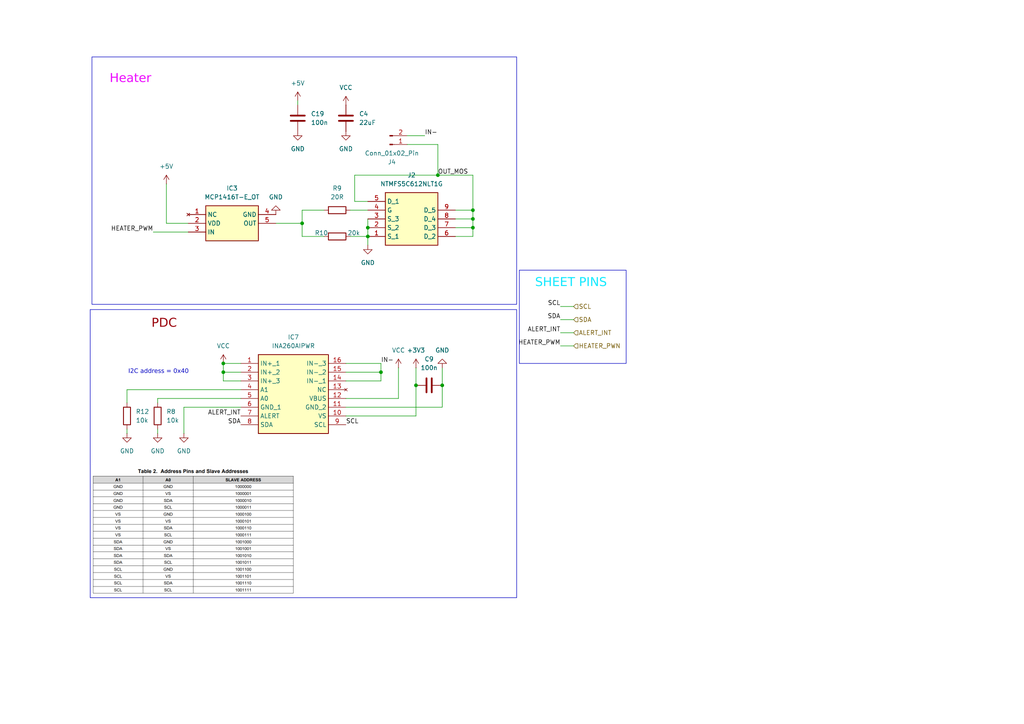
<source format=kicad_sch>
(kicad_sch (version 20250114) (generator "eeschema") (generator_version "9.0")
  (paper "A4")
  (lib_symbols
    (symbol "Connector:Conn_01x02_Pin" (pin_names (offset 1.016) (hide yes))
      (property "Reference" "J" (at 0 2.54 0))
      (property "Value" "Conn_01x02_Pin" (at 0 -5.08 0))
      (symbol "Conn_01x02_Pin_1_1"
        (rectangle (start 0.8636 0.127) (end 0 -0.127) (stroke (width 0.1524)) (fill (type outline)))
        (rectangle (start 0.8636 -2.413) (end 0 -2.667) (stroke (width 0.1524)) (fill (type outline)))
        (polyline (pts (xy 1.27 0) (xy 0.8636 0)) (stroke (width 0.1524)))
        (polyline (pts (xy 1.27 -2.54) (xy 0.8636 -2.54)) (stroke (width 0.1524)))
        (pin passive line (at 5.08 0 180) (length 3.81) (name "Pin_1") (number "1"))
        (pin passive line (at 5.08 -2.54 180) (length 3.81) (name "Pin_2") (number "2"))
      )
    )
    (symbol "Device:C" (pin_numbers (hide yes)) (pin_names (offset 0.254))
      (property "Reference" "C" (at 0.635 2.54 0))
      (property "Value" "C" (at 0.635 -2.54 0))
      (symbol "C_0_1"
        (polyline (pts (xy -2.032 0.762) (xy 2.032 0.762)) (stroke (width 0.508)))
        (polyline (pts (xy -2.032 -0.762) (xy 2.032 -0.762)) (stroke (width 0.508)))
      )
      (symbol "C_1_1"
        (pin passive line (at 0 3.81 270) (length 2.794) (name "~") (number "1"))
        (pin passive line (at 0 -3.81 90) (length 2.794) (name "~") (number "2"))
      )
    )
    (symbol "Device:R" (pin_numbers (hide yes)) (pin_names (offset 0))
      (property "Reference" "R" (at 2.032 0 90))
      (property "Value" "R" (at 0 0 90))
      (symbol "R_0_1"
        (rectangle (start -1.016 -2.54) (end 1.016 2.54) (stroke (width 0.254)))
      )
      (symbol "R_1_1"
        (pin passive line (at 0 3.81 270) (length 1.27) (name "~") (number "1"))
        (pin passive line (at 0 -3.81 90) (length 1.27) (name "~") (number "2"))
      )
    )
    (symbol "Symbols:INA260AIPWR"
      (property "Reference" "IC" (at 26.67 7.62 0))
      (property "Value" "INA260AIPWR" (at 26.67 5.08 0))
      (symbol "INA260AIPWR_1_1"
        (rectangle (start 5.08 2.54) (end 25.4 -20.32) (stroke (width 0.254)) (fill (type background)))
        (pin passive line (at 0 0 0) (length 5.08) (name "IN+_1") (number "1"))
        (pin passive line (at 0 -2.54 0) (length 5.08) (name "IN+_2") (number "2"))
        (pin passive line (at 0 -5.08 0) (length 5.08) (name "IN+_3") (number "3"))
        (pin passive line (at 0 -7.62 0) (length 5.08) (name "A1") (number "4"))
        (pin passive line (at 0 -10.16 0) (length 5.08) (name "A0") (number "5"))
        (pin passive line (at 0 -12.7 0) (length 5.08) (name "GND_1") (number "6"))
        (pin passive line (at 0 -15.24 0) (length 5.08) (name "ALERT") (number "7"))
        (pin passive line (at 0 -17.78 0) (length 5.08) (name "SDA") (number "8"))
        (pin passive line (at 30.48 0 180) (length 5.08) (name "IN-_3") (number "16"))
        (pin passive line (at 30.48 -2.54 180) (length 5.08) (name "IN-_2") (number "15"))
        (pin passive line (at 30.48 -5.08 180) (length 5.08) (name "IN-_1") (number "14"))
        (pin no_connect line (at 30.48 -7.62 180) (length 5.08) (name "NC") (number "13"))
        (pin passive line (at 30.48 -10.16 180) (length 5.08) (name "VBUS") (number "12"))
        (pin passive line (at 30.48 -12.7 180) (length 5.08) (name "GND_2") (number "11"))
        (pin passive line (at 30.48 -15.24 180) (length 5.08) (name "VS") (number "10"))
        (pin passive line (at 30.48 -17.78 180) (length 5.08) (name "SCL") (number "9"))
      )
    )
    (symbol "Symbols:MCP1416T-E_OT"
      (property "Reference" "IC" (at 21.59 7.62 0))
      (property "Value" "MCP1416T-E_OT" (at 21.59 5.08 0))
      (symbol "MCP1416T-E_OT_1_1"
        (rectangle (start 5.08 2.54) (end 20.32 -7.62) (stroke (width 0.254)) (fill (type background)))
        (pin no_connect line (at 0 0 0) (length 5.08) (name "NC") (number "1"))
        (pin passive line (at 0 -2.54 0) (length 5.08) (name "VDD") (number "2"))
        (pin passive line (at 0 -5.08 0) (length 5.08) (name "IN") (number "3"))
        (pin passive line (at 25.4 0 180) (length 5.08) (name "GND") (number "4"))
        (pin passive line (at 25.4 -2.54 180) (length 5.08) (name "OUT") (number "5"))
      )
    )
    (symbol "Symbols:NTMFS5C612NLT1G"
      (property "Reference" "J" (at 21.59 7.62 0))
      (property "Value" "NTMFS5C612NLT1G" (at 21.59 5.08 0))
      (symbol "NTMFS5C612NLT1G_1_1"
        (rectangle (start 5.08 2.54) (end 20.32 -12.7) (stroke (width 0.254)) (fill (type background)))
        (pin passive line (at 0 0 0) (length 5.08) (name "S_1") (number "1"))
        (pin passive line (at 0 -2.54 0) (length 5.08) (name "S_2") (number "2"))
        (pin passive line (at 0 -5.08 0) (length 5.08) (name "S_3") (number "3"))
        (pin passive line (at 0 -7.62 0) (length 5.08) (name "G") (number "4"))
        (pin passive line (at 0 -10.16 0) (length 5.08) (name "D_1") (number "5"))
        (pin passive line (at 25.4 0 180) (length 5.08) (name "D_2") (number "6"))
        (pin passive line (at 25.4 -2.54 180) (length 5.08) (name "D_3") (number "7"))
        (pin passive line (at 25.4 -5.08 180) (length 5.08) (name "D_4") (number "8"))
        (pin passive line (at 25.4 -7.62 180) (length 5.08) (name "D_5") (number "9"))
      )
    )
    (symbol "power:+3V3" (power) (pin_numbers (hide yes)) (pin_names (offset 0) (hide yes))
      (property "Value" "+3V3" (at 0 3.556 0))
      (symbol "+3V3_0_1"
        (polyline (pts (xy -0.762 1.27) (xy 0 2.54)))
        (polyline (pts (xy 0 2.54) (xy 0.762 1.27)))
        (polyline (pts (xy 0 0) (xy 0 2.54)))
      )
      (symbol "+3V3_1_1"
        (pin power_in line (at 0 0 90) (length 0) (name "~") (number "1"))
      )
    )
    (symbol "power:+5V" (power) (pin_numbers (hide yes)) (pin_names (offset 0) (hide yes))
      (property "Value" "+5V" (at 0 3.556 0))
      (symbol "+5V_0_1"
        (polyline (pts (xy -0.762 1.27) (xy 0 2.54)))
        (polyline (pts (xy 0 2.54) (xy 0.762 1.27)))
        (polyline (pts (xy 0 0) (xy 0 2.54)))
      )
      (symbol "+5V_1_1"
        (pin power_in line (at 0 0 90) (length 0) (name "~") (number "1"))
      )
    )
    (symbol "power:GND" (power) (pin_numbers (hide yes)) (pin_names (offset 0) (hide yes))
      (property "Value" "GND" (at 0 -3.81 0))
      (symbol "GND_0_1"
        (polyline (pts (xy 0 0) (xy 0 -1.27) (xy 1.27 -1.27) (xy 0 -2.54) (xy -1.27 -1.27) (xy 0 -1.27)))
      )
      (symbol "GND_1_1"
        (pin power_in line (at 0 0 270) (length 0) (name "~") (number "1"))
      )
    )
    (symbol "power:VCC" (power) (pin_numbers (hide yes)) (pin_names (offset 0) (hide yes))
      (property "Value" "VCC" (at 0 3.556 0))
      (symbol "VCC_0_1"
        (polyline (pts (xy -0.762 1.27) (xy 0 2.54)))
        (polyline (pts (xy 0 2.54) (xy 0.762 1.27)))
        (polyline (pts (xy 0 0) (xy 0 2.54)))
      )
      (symbol "VCC_1_1"
        (pin power_in line (at 0 0 90) (length 0) (name "~") (number "1"))
      )
    )
  )
  (rectangle (start 26.162 89.789) (end 149.86 173.355))
  (rectangle (start 150.622 78.359) (end 181.61 105.41))
  (rectangle (start 26.67 16.51) (end 149.86 88.265))
  (text "Heater" (at 37.846 23.622 0) (effects (font (size 2.54 2.54))))
  (text "PDC" (at 47.625 94.615 0) (effects (font (size 2.54 2.54))))
  (text "I2C address = 0x40" (at 45.974 108.204 0) (effects (font (size 1.27 1.27))))
  (text "SHEET PINS\n" (at 165.608 82.804 0) (effects (font (size 2.54 2.54))))
  (junction (at 127 50.8))
  (junction (at 137.16 60.96))
  (junction (at 64.77 105.41))
  (junction (at 110.49 107.95))
  (junction (at 106.68 68.58))
  (junction (at 120.65 111.76))
  (junction (at 137.16 63.5))
  (junction (at 128.27 111.76))
  (junction (at 106.68 66.04))
  (junction (at 137.16 66.04))
  (junction (at 87.63 64.77))
  (junction (at 64.77 107.95))
  (wire (pts (xy 86.36 30.48) (xy 86.36 29.21)))
  (wire (pts (xy 137.16 50.8) (xy 127 50.8)))
  (wire (pts (xy 128.27 118.11) (xy 128.27 111.76)))
  (wire (pts (xy 101.6 60.96) (xy 106.68 60.96)))
  (wire (pts (xy 44.45 67.31) (xy 54.61 67.31)))
  (wire (pts (xy 137.16 66.04) (xy 137.16 68.58)))
  (wire (pts (xy 100.33 120.65) (xy 120.65 120.65)))
  (wire (pts (xy 53.34 125.73) (xy 53.34 118.11)))
  (wire (pts (xy 100.33 118.11) (xy 128.27 118.11)))
  (wire (pts (xy 54.61 64.77) (xy 48.26 64.77)))
  (wire (pts (xy 110.49 110.49) (xy 110.49 107.95)))
  (wire (pts (xy 48.26 64.77) (xy 48.26 53.34)))
  (wire (pts (xy 100.33 107.95) (xy 110.49 107.95)))
  (wire (pts (xy 80.01 64.77) (xy 87.63 64.77)))
  (wire (pts (xy 115.57 115.57) (xy 115.57 106.68)))
  (wire (pts (xy 87.63 64.77) (xy 87.63 68.58)))
  (wire (pts (xy 137.16 63.5) (xy 132.08 63.5)))
  (wire (pts (xy 120.65 120.65) (xy 120.65 111.76)))
  (wire (pts (xy 106.68 68.58) (xy 106.68 71.12)))
  (wire (pts (xy 137.16 60.96) (xy 132.08 60.96)))
  (wire (pts (xy 166.37 96.52) (xy 162.56 96.52)))
  (wire (pts (xy 106.68 68.58) (xy 101.6 68.58)))
  (wire (pts (xy 166.37 92.71) (xy 162.56 92.71)))
  (wire (pts (xy 36.83 113.03) (xy 69.85 113.03)))
  (wire (pts (xy 36.83 116.84) (xy 36.83 113.03)))
  (wire (pts (xy 93.98 68.58) (xy 87.63 68.58)))
  (wire (pts (xy 45.72 115.57) (xy 69.85 115.57)))
  (wire (pts (xy 127 50.8) (xy 102.87 50.8)))
  (wire (pts (xy 64.77 105.41) (xy 64.77 107.95)))
  (wire (pts (xy 106.68 63.5) (xy 106.68 66.04)))
  (wire (pts (xy 69.85 107.95) (xy 64.77 107.95)))
  (wire (pts (xy 120.65 111.76) (xy 120.65 106.68)))
  (wire (pts (xy 127 41.91) (xy 127 50.8)))
  (wire (pts (xy 106.68 66.04) (xy 106.68 68.58)))
  (wire (pts (xy 64.77 107.95) (xy 64.77 110.49)))
  (wire (pts (xy 137.16 66.04) (xy 132.08 66.04)))
  (wire (pts (xy 100.33 110.49) (xy 110.49 110.49)))
  (wire (pts (xy 166.37 88.9) (xy 162.56 88.9)))
  (wire (pts (xy 137.16 60.96) (xy 137.16 50.8)))
  (wire (pts (xy 36.83 124.46) (xy 36.83 125.73)))
  (wire (pts (xy 118.11 39.37) (xy 123.19 39.37)))
  (wire (pts (xy 45.72 125.73) (xy 45.72 124.46)))
  (wire (pts (xy 53.34 118.11) (xy 69.85 118.11)))
  (wire (pts (xy 102.87 58.42) (xy 106.68 58.42)))
  (wire (pts (xy 64.77 105.41) (xy 69.85 105.41)))
  (wire (pts (xy 137.16 63.5) (xy 137.16 66.04)))
  (wire (pts (xy 45.72 116.84) (xy 45.72 115.57)))
  (wire (pts (xy 162.56 100.33) (xy 166.37 100.33)))
  (wire (pts (xy 118.11 41.91) (xy 127 41.91)))
  (wire (pts (xy 137.16 63.5) (xy 137.16 60.96)))
  (wire (pts (xy 128.27 111.76) (xy 128.27 106.68)))
  (wire (pts (xy 87.63 60.96) (xy 93.98 60.96)))
  (wire (pts (xy 102.87 50.8) (xy 102.87 58.42)))
  (wire (pts (xy 110.49 105.41) (xy 100.33 105.41)))
  (wire (pts (xy 110.49 107.95) (xy 110.49 105.41)))
  (wire (pts (xy 69.85 110.49) (xy 64.77 110.49)))
  (wire (pts (xy 137.16 68.58) (xy 132.08 68.58)))
  (wire (pts (xy 100.33 115.57) (xy 115.57 115.57)))
  (wire (pts (xy 87.63 60.96) (xy 87.63 64.77)))
  (image (at 56.515 153.67) (scale 0.288283))
  (label "SDA" (at 69.85 123.19 180))
  (label "OUT_MOS" (at 127 50.8 0))
  (label "HEATER_PWM" (at 44.45 67.31 180))
  (label "SDA" (at 162.56 92.71 180))
  (label "HEATER_PWM" (at 162.56 100.33 180))
  (label "SCL" (at 162.56 88.9 180))
  (label "SCL" (at 100.33 123.19 0))
  (label "IN-" (at 123.19 39.37 0))
  (label "ALERT_INT" (at 69.85 120.65 180))
  (label "IN-" (at 110.49 105.41 0))
  (label "ALERT_INT" (at 162.56 96.52 180))
  (hierarchical_label "SDA" (shape input) (at 166.37 92.71 0))
  (hierarchical_label "ALERT_INT" (shape input) (at 166.37 96.52 0))
  (hierarchical_label "HEATER_PWN" (shape input) (at 166.37 100.33 0))
  (hierarchical_label "SCL" (shape input) (at 166.37 88.9 0))
  (symbol (lib_id "Device:C") (at 124.46 111.76 90) (unit 1)
    (property "Reference" "C9" (at 124.46 104.14 90))
    (property "Value" "100n" (at 124.46 106.68 90))
    (property "Footprint" "Capacitor_SMD:C_0402_1005Metric" (effects (hide yes)))
    (property "Description" "Unpolarized capacitor" (effects (hide yes)))
    (property "MPN" "GPC0402104-25" (effects (hide yes)))
  )
  (symbol (lib_id "Device:R") (at 36.83 120.65 0) (unit 1)
    (property "Reference" "R12" (at 39.37 119.3799 0) (effects (justify left)))
    (property "Value" "10k" (at 39.37 121.9199 0) (effects (justify left)))
    (property "Footprint" "Resistor_SMD:R_0402_1005Metric" (effects (hide yes)))
    (property "Description" "Resistor" (effects (hide yes)))
    (property "MPN" "GPR040210K" (effects (hide yes)))
  )
  (symbol (lib_id "power:VCC") (at 100.33 30.48 0) (unit 1)
    (property "Reference" "#PWR023" (effects (hide yes)))
    (property "Value" "VCC" (at 100.33 25.4 0))
    (property "Description" "Power symbol creates a global label with name \"VCC\"" (effects (hide yes)))
    (instances (project "first_project" (path "" (reference "#PWR011") (unit 1)) (path "" (reference "#PWR098") (unit 1)) (path "" (reference "#PWR0109") (unit 1)) (path "" (reference "#PWR087") (unit 1))) (project "Afterburner_Nano" (path "" (reference "#PWR023") (unit 1))))
  )
  (symbol (lib_id "Symbols:INA260AIPWR") (at 69.85 105.41 0) (unit 1)
    (property "Reference" "IC7" (at 85.09 97.79 0))
    (property "Value" "INA260AIPWR" (at 85.09 100.33 0))
    (property "Footprint" "Footprints:SOP65P640X120-16N" (effects (hide yes)))
    (property "Datasheet" "http://www.ti.com/lit/gpn/INA260" (effects (hide yes)))
    (property "Description" "36V, Bi-Dir, High Accuracy, Low-/High-Side, I2C Current/Pwr Monitor w/Integrated 2m Shunt Resistor" (effects (hide yes)))
    (property "Height" "1.2" (effects (hide yes)))
    (property "Mouser Part Number" "595-INA260AIPWR" (effects (hide yes)))
    (property "Mouser Price/Stock" "https://www.mouser.co.uk/ProductDetail/Texas-Instruments/INA260AIPWR?qs=vcbl%252BK4rRldNzXQDYx03SQ%3D%3D" (effects (hide yes)))
    (property "Manufacturer_Name" "Texas Instruments" (effects (hide yes)))
    (property "Manufacturer_Part_Number" "INA260AIPWR" (effects (hide yes)))
    (property "MPN" "INA260AIPWR" (effects (hide yes)))
  )
  (symbol (lib_id "Device:R") (at 97.79 60.96 90) (unit 1)
    (property "Reference" "R9" (at 97.79 54.61 90))
    (property "Value" "20R" (at 97.79 57.15 90))
    (property "Footprint" "Resistor_SMD:R_0402_1005Metric" (effects (hide yes)))
    (property "Description" "Resistor" (effects (hide yes)))
    (property "MPN" "GPR040220R" (effects (hide yes)))
  )
  (symbol (lib_id "power:GND") (at 45.72 125.73 0) (unit 1)
    (property "Reference" "#PWR026" (effects (hide yes)))
    (property "Value" "GND" (at 45.72 130.81 0))
    (property "Description" "Power symbol creates a global label with name \"GND\" , ground" (effects (hide yes)))
  )
  (symbol (lib_id "power:GND") (at 100.33 38.1 0) (unit 1)
    (property "Reference" "#PWR024" (effects (hide yes)))
    (property "Value" "GND" (at 100.33 43.18 0))
    (property "Description" "Power symbol creates a global label with name \"GND\" , ground" (effects (hide yes)))
    (instances (project "first_project" (path "" (reference "#PWR012") (unit 1)) (path "" (reference "#PWR099") (unit 1)) (path "" (reference "#PWR0110") (unit 1)) (path "" (reference "#PWR088") (unit 1))) (project "Afterburner_Nano" (path "" (reference "#PWR024") (unit 1))))
  )
  (symbol (lib_id "power:+3V3") (at 86.36 29.21 0) (unit 1)
    (property "Reference" "#PWR017" (effects (hide yes)))
    (property "Value" "+5V" (at 86.36 24.13 0))
    (property "Description" "Power symbol creates a global label with name \"+3V3\"" (effects (hide yes)))
  )
  (symbol (lib_id "Symbols:NTMFS5C612NLT1G") (at 106.68 68.58 0) (mirror x) (unit 1)
    (property "Reference" "J2" (at 119.38 50.8 0))
    (property "Value" "NTMFS5C612NLT1G" (at 119.38 53.34 0))
    (property "Footprint" "Footprints:NTMFS5C612NLT1G" (effects (hide yes)))
    (property "Datasheet" "https://www.onsemi.com/pub/Collateral/NTMFS5C612NL-D.PDF" (effects (hide yes)))
    (property "Description" "Low RDS(on); Low Input Capacitance; NTMFS5C612NLWF Wettable Flank Option for Enhanced Optical Inspection; RoHS Compliant" (effects (hide yes)))
    (property "Height" "1.15" (effects (hide yes)))
    (property "Mouser Part Number" "863-NTMFS5C612NLT1G" (effects (hide yes)))
    (property "Mouser Price/Stock" "https://www.mouser.co.uk/ProductDetail/onsemi/NTMFS5C612NLT1G?qs=dbuNSGnowt3fL%2FwPtjIOKQ%3D%3D" (effects (hide yes)))
    (property "Manufacturer_Name" "onsemi" (effects (hide yes)))
    (property "Manufacturer_Part_Number" "NTMFS5C612NLT1G" (effects (hide yes)))
    (property "Digikey" "488-NTMFS5C612NLT1GTR-ND" (effects (hide yes)))
    (property "Mouser" "863-NTMFS5C612NLT1G " (effects (hide yes)))
    (property "MPN" "NTMFS5C612NLT1G" (effects (hide yes)))
  )
  (symbol (lib_id "power:VCC") (at 115.57 106.68 0) (unit 1)
    (property "Reference" "#PWR025" (effects (hide yes)))
    (property "Value" "VCC" (at 115.57 101.6 0))
    (property "Description" "Power symbol creates a global label with name \"VCC\"" (effects (hide yes)))
  )
  (symbol (lib_id "power:GND") (at 106.68 71.12 0) (unit 1)
    (property "Reference" "#PWR062" (effects (hide yes)))
    (property "Value" "GND" (at 106.68 76.2 0))
    (property "Description" "Power symbol creates a global label with name \"GND\" , ground" (effects (hide yes)))
  )
  (symbol (lib_id "power:GND") (at 53.34 125.73 0) (unit 1)
    (property "Reference" "#PWR019" (effects (hide yes)))
    (property "Value" "GND" (at 53.34 130.81 0))
    (property "Description" "Power symbol creates a global label with name \"GND\" , ground" (effects (hide yes)))
  )
  (symbol (lib_id "Connector:Conn_01x02_Pin") (at 113.03 41.91 0) (mirror x) (unit 1) (in_bom no)
    (property "Reference" "J4" (at 113.665 46.99 0))
    (property "Value" "Conn_01x02_Pin" (at 113.665 44.45 0))
    (property "Footprint" "Footprints:conn_2p_custom" (effects (hide yes)))
    (property "Description" "Generic connector, single row, 01x02, script generated" (effects (hide yes)))
  )
  (symbol (lib_id "Device:C") (at 100.33 34.29 0) (unit 1)
    (property "Reference" "C10" (at 104.14 33.0199 0) (effects (justify left)))
    (property "Value" "22uF" (at 104.14 35.5599 0) (effects (justify left)))
    (property "Footprint" "Capacitor_SMD:C_1206_3216Metric" (effects (hide yes)))
    (property "Description" "Unpolarized capacitor" (effects (hide yes)))
    (property "MPN" "GPC1206475" (effects (hide yes)))
    (instances (project "first_project" (path "" (reference "C4") (unit 1)) (path "" (reference "C22") (unit 1)) (path "" (reference "C24") (unit 1)) (path "" (reference "C20") (unit 1))) (project "Afterburner_Nano" (path "" (reference "C10") (unit 1))))
  )
  (symbol (lib_id "power:+5V") (at 48.26 53.34 0) (unit 1)
    (property "Reference" "#PWR067" (effects (hide yes)))
    (property "Value" "+5V" (at 48.26 48.26 0))
    (property "Description" "Power symbol creates a global label with name \"+5V\"" (effects (hide yes)))
  )
  (symbol (lib_id "power:GND") (at 80.01 62.23 180) (unit 1)
    (property "Reference" "#PWR068" (effects (hide yes)))
    (property "Value" "GND" (at 80.01 57.15 0))
    (property "Description" "Power symbol creates a global label with name \"GND\" , ground" (effects (hide yes)))
  )
  (symbol (lib_id "Device:R") (at 97.79 68.58 90) (unit 1)
    (property "Reference" "R10" (at 93.218 67.564 90))
    (property "Value" "20k" (at 102.616 67.564 90))
    (property "Footprint" "Resistor_SMD:R_0402_1005Metric" (effects (hide yes)))
    (property "Description" "Resistor" (effects (hide yes)))
    (property "MPN" "GPR040220K" (effects (hide yes)))
  )
  (symbol (lib_id "power:GND") (at 128.27 106.68 180) (unit 1)
    (property "Reference" "#PWR020" (effects (hide yes)))
    (property "Value" "GND" (at 128.27 101.6 0))
    (property "Description" "Power symbol creates a global label with name \"GND\" , ground" (effects (hide yes)))
  )
  (symbol (lib_id "power:GND") (at 36.83 125.73 0) (unit 1)
    (property "Reference" "#PWR027" (effects (hide yes)))
    (property "Value" "GND" (at 36.83 130.81 0))
    (property "Description" "Power symbol creates a global label with name \"GND\" , ground" (effects (hide yes)))
  )
  (symbol (lib_id "Device:C") (at 86.36 34.29 0) (unit 1)
    (property "Reference" "C19" (at 90.17 33.0199 0) (effects (justify left)))
    (property "Value" "100n" (at 90.17 35.5599 0) (effects (justify left)))
    (property "Footprint" "Capacitor_SMD:C_0402_1005Metric" (effects (hide yes)))
    (property "Description" "Unpolarized capacitor" (effects (hide yes)))
  )
  (symbol (lib_id "power:GND") (at 86.36 38.1 0) (unit 1)
    (property "Reference" "#PWR022" (effects (hide yes)))
    (property "Value" "GND" (at 86.36 43.18 0))
    (property "Description" "Power symbol creates a global label with name \"GND\" , ground" (effects (hide yes)))
  )
  (symbol (lib_id "power:VCC") (at 64.77 105.41 0) (unit 1)
    (property "Reference" "#PWR021" (effects (hide yes)))
    (property "Value" "VCC" (at 64.77 100.33 0))
    (property "Description" "Power symbol creates a global label with name \"VCC\"" (effects (hide yes)))
  )
  (symbol (lib_id "Symbols:MCP1416T-E_OT") (at 54.61 62.23 0) (unit 1)
    (property "Reference" "IC3" (at 67.31 54.61 0))
    (property "Value" "MCP1416T-E_OT" (at 67.31 57.15 0))
    (property "Footprint" "Footprints:SOT95P270X145-5N" (effects (hide yes)))
    (property "Datasheet" "https://datasheet.datasheetarchive.com/originals/distributors/Datasheets-DGA14/636094.pdf" (effects (hide yes)))
    (property "Description" "MOSFET Driver 1.5A High-Speed 18V SOT23" (effects (hide yes)))
    (property "Height" "1.45" (effects (hide yes)))
    (property "Mouser Part Number" "579-MCP1416T-E/OT" (effects (hide yes)))
    (property "Mouser Price/Stock" "https://www.mouser.co.uk/ProductDetail/Microchip-Technology/MCP1416T-E-OT?qs=hH%252BOa0VZEiBT%252BgAjATFU6A%3D%3D" (effects (hide yes)))
    (property "Manufacturer_Name" "Microchip" (effects (hide yes)))
    (property "Manufacturer_Part_Number" "MCP1416T-E/OT" (effects (hide yes)))
  )
  (symbol (lib_id "Device:R") (at 45.72 120.65 0) (unit 1)
    (property "Reference" "R8" (at 48.26 119.3799 0) (effects (justify left)))
    (property "Value" "10k" (at 48.26 121.9199 0) (effects (justify left)))
    (property "Footprint" "Resistor_SMD:R_0402_1005Metric" (effects (hide yes)))
    (property "Description" "Resistor" (effects (hide yes)))
    (property "MPN" "GPR040210K" (effects (hide yes)))
  )
  (symbol (lib_id "power:+3V3") (at 120.65 106.68 0) (unit 1)
    (property "Reference" "#PWR018" (effects (hide yes)))
    (property "Value" "+3V3" (at 120.65 101.6 0))
    (property "Description" "Power symbol creates a global label with name \"+3V3\"" (effects (hide yes)))
  )
)
</source>
